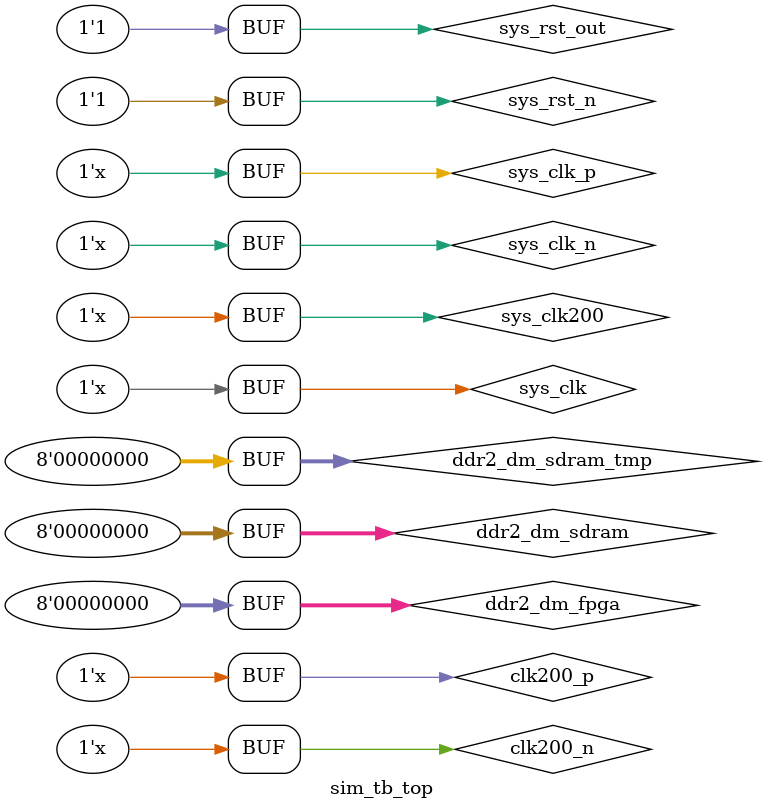
<source format=v>

`timescale 1ns / 1ps

module sim_tb_top;

  // memory controller parameters
   parameter BANK_WIDTH            = 2;      // # of memory bank addr bits
   parameter CKE_WIDTH             = 1;      // # of memory clock enable outputs
   parameter CLK_WIDTH             = 2;      // # of clock outputs
   parameter CLK_TYPE              = "SINGLE_ENDED";       // # of clock type
   parameter COL_WIDTH             = 10;     // # of memory column bits
   parameter CS_NUM                = 1;      // # of separate memory chip selects
   parameter CS_WIDTH              = 1;      // # of total memory chip selects
   parameter CS_BITS               = 0;      // set to log2(CS_NUM) (rounded up)
   parameter DM_WIDTH              = 8;      // # of data mask bits
   parameter DQ_WIDTH              = 64;      // # of data width
   parameter DQ_PER_DQS            = 8;      // # of DQ data bits per strobe
   parameter DQS_WIDTH             = 8;      // # of DQS strobes
   parameter DQ_BITS               = 6;      // set to log2(DQS_WIDTH*DQ_PER_DQS)
   parameter DQS_BITS              = 3;      // set to log2(DQS_WIDTH)
   parameter HIGH_PERFORMANCE_MODE = "TRUE"; // Sets the performance mode for IODELAY elements
   parameter ODT_WIDTH             = 1;      // # of memory on-die term enables
   parameter ROW_WIDTH             = 13;     // # of memory row & # of addr bits
   parameter APPDATA_WIDTH         = 128;     // # of usr read/write data bus bits
   parameter ADDITIVE_LAT          = 0;      // additive write latency
   parameter BURST_LEN             = 4;      // burst length (in double words)
   parameter BURST_TYPE            = 0;      // burst type (=0 seq; =1 interlved)
   parameter CAS_LAT               = 3;      // CAS latency
   parameter ECC_ENABLE            = 0;      // enable ECC (=1 enable)
   parameter MULTI_BANK_EN         = 1;      // enable bank management
   parameter TWO_T_TIME_EN         = 1;      // 2t timing for unbuffered dimms
   parameter ODT_TYPE              = 1;      // ODT (=0(none),=1(75),=2(150),=3(50))
   parameter REDUCE_DRV            = 0;      // reduced strength mem I/O (=1 yes)
   parameter REG_ENABLE            = 0;      // registered addr/ctrl (=1 yes)
   parameter TREFI_NS              = 7800;   // auto refresh interval (ns)
   parameter TRAS                  = 40000;  // active->precharge delay
   parameter TRCD                  = 15000;  // active->read/write delay
   parameter TRFC                  = 105000;  // ref->ref, ref->active delay
   parameter TRP                   = 15000;  // precharge->command delay
   parameter TRTP                  = 7500;   // read->precharge delay
   parameter TWR                   = 15000;  // used to determine wr->prech
   parameter TWTR                  = 7500;   // write->read delay
   parameter SIM_ONLY              = 1;      // = 0 to allow power up delay
   parameter DEBUG_EN              = 0;      // Enable debug signals/controls
   parameter RST_ACT_LOW           = 1;      // =1 for active low reset, =0 for active high
   parameter DLL_FREQ_MODE         = "HIGH"; // DCM Frequency range
   parameter CLK_PERIOD            = 8000;   // Core/Mem clk period (in ps)

   localparam DEVICE_WIDTH    = 16;      // Memory device data width
   localparam real CLK_PERIOD_NS   = CLK_PERIOD / 1000.0;
   localparam real TCYC_200           = 5.0;
   localparam real TPROP_DQS          = 0.01;  // Delay for DQS signal during Write Operation
   localparam real TPROP_DQS_RD       = 0.01;  // Delay for DQS signal during Read Operation
   localparam real TPROP_PCB_CTRL     = 0.01;  // Delay for Address and Ctrl signals
   localparam real TPROP_PCB_DATA     = 0.01;  // Delay for data signal during Write operation
   localparam real TPROP_PCB_DATA_RD  = 0.01;  // Delay for data signal during Read operation

   localparam CLK_PERIOD_INT = CLK_PERIOD/1000;

   // By default this Parameter (CLK_GENERATOR) value is '1'. If this Parameter
   // is set to "PLL", PLL is used to generate the design clocks.
   // If this Parameter is set to "DCM",
   // DCM is used to generate the design clocks.
   localparam CLK_GENERATOR = "PLL";

   reg                           sys_clk;
   wire                          sys_clk_n;
   wire                          sys_clk_p;
   reg                           sys_clk200;
   wire                          clk200_n;
   wire                          clk200_p;
   reg                           sys_rst_n;
   wire                          sys_rst_out;


   wire [DQ_WIDTH-1:0]          ddr2_dq_sdram;
   wire [DQS_WIDTH-1:0]         ddr2_dqs_sdram;
   wire [DQS_WIDTH-1:0]         ddr2_dqs_n_sdram;
   wire [DM_WIDTH-1:0]          ddr2_dm_sdram;
   reg [DM_WIDTH-1:0]           ddr2_dm_sdram_tmp;
   reg [CLK_WIDTH-1:0]          ddr2_clk_sdram;
   reg [CLK_WIDTH-1:0]          ddr2_clk_n_sdram;
   reg [ROW_WIDTH-1:0]          ddr2_address_sdram;
   reg [BANK_WIDTH-1:0]         ddr2_ba_sdram;
   reg                          ddr2_ras_n_sdram;
   reg                          ddr2_cas_n_sdram;
   reg                          ddr2_we_n_sdram;
   reg [CS_WIDTH-1:0]           ddr2_cs_n_sdram;
   reg [CKE_WIDTH-1:0]          ddr2_cke_sdram;
   reg [ODT_WIDTH-1:0]          ddr2_odt_sdram;


   wire [DQ_WIDTH-1:0]          ddr2_dq_fpga;
   wire [DQS_WIDTH-1:0]         ddr2_dqs_fpga;
   wire [DQS_WIDTH-1:0]         ddr2_dqs_n_fpga;
   wire [DM_WIDTH-1:0]          ddr2_dm_fpga;
   wire [CLK_WIDTH-1:0]         ddr2_clk_fpga;
   wire [CLK_WIDTH-1:0]         ddr2_clk_n_fpga;
   wire [ROW_WIDTH-1:0]         ddr2_address_fpga;
   wire [BANK_WIDTH-1:0]        ddr2_ba_fpga;
   wire                         ddr2_ras_n_fpga;
   wire                         ddr2_cas_n_fpga;
   wire                         ddr2_we_n_fpga;
   wire [CS_WIDTH-1:0]          ddr2_cs_n_fpga;
   wire [CKE_WIDTH-1:0]         ddr2_cke_fpga;
   wire [ODT_WIDTH-1:0]         ddr2_odt_fpga;

   wire                          error;
   wire                          phy_init_done;
   

   // Only RDIMM memory parts support the reset signal,
   // hence the ddr2_reset_n signal can be ignored for other memory parts
   wire                          ddr2_reset_n;
   reg [ROW_WIDTH-1:0]           ddr2_address_reg;
   reg [BANK_WIDTH-1:0]          ddr2_ba_reg;
   reg [CKE_WIDTH-1:0]           ddr2_cke_reg;
   reg                           ddr2_ras_n_reg;
   reg                           ddr2_cas_n_reg;
   reg                           ddr2_we_n_reg;
   reg [CS_WIDTH-1:0]            ddr2_cs_n_reg;
   reg [ODT_WIDTH-1:0]           ddr2_odt_reg;
   
   wire                          clk0_tb;
   wire                          rst0_tb;
   wire                          app_af_afull;
   wire                          app_wdf_afull;
   wire                          rd_data_valid;
   wire [APPDATA_WIDTH-1:0]      rd_data_fifo_out;
   wire                          app_af_wren;
   wire [2:0]                    app_af_cmd;
   wire [30:0]                   app_af_addr;
   wire                          app_wdf_wren;
   wire [APPDATA_WIDTH-1:0]      app_wdf_data;
   wire [(APPDATA_WIDTH/8)-1:0]  app_wdf_mask_data;
   wire                          error_cmp;

   wire                          sys_clk_ibufg;
   wire                          clk200_ibufg;
   wire                          clk0;
   wire                          clk90;
   wire                          clk200;
   wire                          clkdiv0;
   wire                          clk0_bufg;
   wire                          clk0_bufg_in;
   wire                          clk90_bufg;
   wire                          clk90_bufg_in;
   wire                          clk200_bufg;
   wire                          clkdiv0_bufg;
   wire                          clkdiv0_bufg_in;
   wire                          clkfbout_clkfbin;
   wire                          locked;

   //***************************************************************************
   // Clock generation and reset
   //***************************************************************************

   initial
     sys_clk = 1'b0;
   always
     sys_clk = #(CLK_PERIOD_NS/2) ~sys_clk;

   assign                sys_clk_p = sys_clk;
   assign                sys_clk_n = ~sys_clk;

   initial
     sys_clk200 = 1'b0;
   always
     sys_clk200 = #(TCYC_200/2) ~sys_clk200;

   assign                clk200_p = sys_clk200;
   assign                clk200_n = ~sys_clk200;

   initial begin
      sys_rst_n = 1'b0;
      #200;
      sys_rst_n = 1'b1;
   end
   assign sys_rst_out = RST_ACT_LOW ? sys_rst_n : ~sys_rst_n;

   assign clk0    = clk0_bufg;
  assign clk90   = clk90_bufg;
  assign clk200  = clk200_bufg;
  assign clkdiv0  = clkdiv0_bufg;

  //***************************************************************************
  // Differential input clock input buffers
  //***************************************************************************

  IBUFGDS_LVPECL_25 u_ibufg_sys_clk
    (
     .I  (sys_clk_p),
     .IB (sys_clk_n),
     .O  (sys_clk_ibufg)
     );

  IBUFGDS_LVPECL_25 u_ibufg_clk200
    (
     .I  (clk200_p),
     .IB (clk200_n),
     .O  (clk200_ibufg)
     );

  //***************************************************************************
  // Global clock generation and distribution
  //***************************************************************************

  generate
    if (CLK_GENERATOR == "PLL") begin : gen_pll_adv
      PLL_ADV #
        (
         .BANDWIDTH          ("OPTIMIZED"),
         .CLKIN1_PERIOD      (CLK_PERIOD_NS),
         .CLKIN2_PERIOD      (10.000),
         .CLKOUT0_DIVIDE     (CLK_PERIOD_INT),
         .CLKOUT1_DIVIDE     (CLK_PERIOD_INT),
         .CLKOUT2_DIVIDE     (CLK_PERIOD_INT*2),
         .CLKOUT3_DIVIDE     (1),
         .CLKOUT4_DIVIDE     (1),
         .CLKOUT5_DIVIDE     (1),
         .CLKOUT0_PHASE      (0.000),
         .CLKOUT1_PHASE      (90.000),
         .CLKOUT2_PHASE      (0.000),
         .CLKOUT3_PHASE      (0.000),
         .CLKOUT4_PHASE      (0.000),
         .CLKOUT5_PHASE      (0.000),
         .CLKOUT0_DUTY_CYCLE (0.500),
         .CLKOUT1_DUTY_CYCLE (0.500),
         .CLKOUT2_DUTY_CYCLE (0.500),
         .CLKOUT3_DUTY_CYCLE (0.500),
         .CLKOUT4_DUTY_CYCLE (0.500),
         .CLKOUT5_DUTY_CYCLE (0.500),
         .COMPENSATION       ("SYSTEM_SYNCHRONOUS"),
         .DIVCLK_DIVIDE      (1),
         .CLKFBOUT_MULT      (CLK_PERIOD_INT),
         .CLKFBOUT_PHASE     (0.0),
         .REF_JITTER         (0.005000)
         )
        u_pll_adv
          (
           .CLKFBIN     (clkfbout_clkfbin),
           .CLKINSEL    (1'b1),
           .CLKIN1      (sys_clk_ibufg),
           .CLKIN2      (1'b0),
           .DADDR       (5'b0),
           .DCLK        (1'b0),
           .DEN         (1'b0),
           .DI          (16'b0),
           .DWE         (1'b0),
           .REL         (1'b0),
           .RST         (~sys_rst_n),
           .CLKFBDCM    (),
           .CLKFBOUT    (clkfbout_clkfbin),
           .CLKOUTDCM0  (),
           .CLKOUTDCM1  (),
           .CLKOUTDCM2  (),
           .CLKOUTDCM3  (),
           .CLKOUTDCM4  (),
           .CLKOUTDCM5  (),
           .CLKOUT0     (clk0_bufg_in),
           .CLKOUT1     (clk90_bufg_in),
           .CLKOUT2     (clkdiv0_bufg_in),
           .CLKOUT3     (),
           .CLKOUT4     (),
           .CLKOUT5     (),
           .DO          (),
           .DRDY        (),
           .LOCKED      (locked)
           );
    end else if (CLK_GENERATOR == "DCM") begin: gen_dcm_base
      DCM_BASE #
        (
         .CLKIN_PERIOD          (CLK_PERIOD_NS),
         .CLKDV_DIVIDE          (2.0),
         .DLL_FREQUENCY_MODE    (DLL_FREQ_MODE),
         .DUTY_CYCLE_CORRECTION ("TRUE"),
         .FACTORY_JF            (16'hF0F0)
         )
        u_dcm_base
          (
           .CLK0      (clk0_bufg_in),
           .CLK180    (),
           .CLK270    (),
           .CLK2X     (),
           .CLK2X180  (),
           .CLK90     (clk90_bufg_in),
           .CLKDV     (clkdiv0_bufg_in),
           .CLKFX     (),
           .CLKFX180  (),
           .LOCKED    (locked),
           .CLKFB     (clk0_bufg),
           .CLKIN     (sys_clk_ibufg),
           .RST       (~sys_rst_n)
           );
    end
  endgenerate

  BUFG u_bufg_clk0
    (
     .O (clk0_bufg),
     .I (clk0_bufg_in)
     );

  BUFG u_bufg_clk90
    (
     .O (clk90_bufg),
     .I (clk90_bufg_in)
     );

  BUFG u_bufg_clk200
    (
     .O (clk200_bufg),
     .I (clk200_ibufg)
     );

   BUFG u_bufg_clkdiv0
    (
     .O (clkdiv0_bufg),
     .I (clkdiv0_bufg_in)
     );



// =============================================================================
//                             BOARD Parameters
// =============================================================================
// These parameter values can be changed to model varying board delays
// between the Virtex-5 device and the memory model


  always @( * ) begin
    ddr2_clk_sdram        <=  #(TPROP_PCB_CTRL) ddr2_clk_fpga;
    ddr2_clk_n_sdram      <=  #(TPROP_PCB_CTRL) ddr2_clk_n_fpga;
    ddr2_address_sdram    <=  #(TPROP_PCB_CTRL) ddr2_address_fpga;
    ddr2_ba_sdram         <=  #(TPROP_PCB_CTRL) ddr2_ba_fpga;
    ddr2_ras_n_sdram      <=  #(TPROP_PCB_CTRL) ddr2_ras_n_fpga;
    ddr2_cas_n_sdram      <=  #(TPROP_PCB_CTRL) ddr2_cas_n_fpga;
    ddr2_we_n_sdram       <=  #(TPROP_PCB_CTRL) ddr2_we_n_fpga;
    ddr2_cs_n_sdram       <=  #(TPROP_PCB_CTRL) ddr2_cs_n_fpga;
    ddr2_cke_sdram        <=  #(TPROP_PCB_CTRL) ddr2_cke_fpga;
    ddr2_odt_sdram        <=  #(TPROP_PCB_CTRL) ddr2_odt_fpga;
    ddr2_dm_sdram_tmp     <=  #(TPROP_PCB_DATA) ddr2_dm_fpga;//DM signal generation
  end

  assign ddr2_dm_sdram = ddr2_dm_sdram_tmp;


// Controlling the bi-directional BUS
  genvar dqwd;
  generate
    for (dqwd = 0;dqwd < DQ_WIDTH;dqwd = dqwd+1) begin : dq_delay
      WireDelay #
       (
        .Delay_g     (TPROP_PCB_DATA),
        .Delay_rd    (TPROP_PCB_DATA_RD)
       )
      u_delay_dq
       (
        .A           (ddr2_dq_fpga[dqwd]),
        .B           (ddr2_dq_sdram[dqwd]),
        .reset       (sys_rst_n)
       );
    end
  endgenerate

  genvar dqswd;
  generate
    for (dqswd = 0;dqswd < DQS_WIDTH;dqswd = dqswd+1) begin : dqs_delay
      WireDelay #
       (
        .Delay_g     (TPROP_DQS),
        .Delay_rd    (TPROP_DQS_RD)
       )
      u_delay_dqs
       (
        .A           (ddr2_dqs_fpga[dqswd]),
        .B           (ddr2_dqs_sdram[dqswd]),
        .reset       (sys_rst_n)
       );

      WireDelay #
       (
        .Delay_g     (TPROP_DQS),
        .Delay_rd    (TPROP_DQS_RD)
       )
      u_delay_dqs_n
       (
        .A           (ddr2_dqs_n_fpga[dqswd]),
        .B           (ddr2_dqs_n_sdram[dqswd]),
        .reset       (sys_rst_n)
       );
    end
  endgenerate



   //***************************************************************************
   // FPGA memory controller
   //***************************************************************************

   MIG #
     (
      .BANK_WIDTH            (BANK_WIDTH),
      .CKE_WIDTH             (CKE_WIDTH),
      .CLK_WIDTH             (CLK_WIDTH),
      .COL_WIDTH             (COL_WIDTH),
      .CS_NUM                (CS_NUM),
      .CS_WIDTH              (CS_WIDTH),
      .CS_BITS               (CS_BITS),
      .DQ_WIDTH              (DQ_WIDTH),
      .DQ_PER_DQS            (DQ_PER_DQS),
      .DQ_BITS               (DQ_BITS),
      .DQS_WIDTH             (DQS_WIDTH),
      .DQS_BITS              (DQS_BITS),
      .HIGH_PERFORMANCE_MODE (HIGH_PERFORMANCE_MODE),
      .ODT_WIDTH             (ODT_WIDTH),
      .ROW_WIDTH             (ROW_WIDTH),
      .APPDATA_WIDTH         (APPDATA_WIDTH),
      .ADDITIVE_LAT          (ADDITIVE_LAT),
      .BURST_LEN             (BURST_LEN),
      .BURST_TYPE            (BURST_TYPE),
      .CAS_LAT               (CAS_LAT),
      .ECC_ENABLE            (ECC_ENABLE),
      .MULTI_BANK_EN         (MULTI_BANK_EN),
      .ODT_TYPE              (ODT_TYPE),
      .REDUCE_DRV            (REDUCE_DRV),
      .REG_ENABLE            (REG_ENABLE),
      .TREFI_NS              (TREFI_NS),
      .TRAS                  (TRAS),
      .TRCD                  (TRCD),
      .TRFC                  (TRFC),
      .TRP                   (TRP),
      .TRTP                  (TRTP),
      .TWR                   (TWR),
      .TWTR                  (TWTR),
      .SIM_ONLY              (SIM_ONLY),
      .RST_ACT_LOW           (RST_ACT_LOW),
      .CLK_PERIOD            (CLK_PERIOD)
      )
   u_mem_controller
     (
      .clk0              (clk0),
      .clk90             (clk90),
      .clk200            (clk200),
      .clkdiv0           (clkdiv0),
      .locked            (locked),
      .sys_rst_n         (sys_rst_out),
      .ddr2_ras_n        (ddr2_ras_n_fpga),
      .ddr2_cas_n        (ddr2_cas_n_fpga),
      .ddr2_we_n         (ddr2_we_n_fpga),
      .ddr2_cs_n         (ddr2_cs_n_fpga),
      .ddr2_cke          (ddr2_cke_fpga),
      .ddr2_odt          (ddr2_odt_fpga),
      .ddr2_dq           (ddr2_dq_fpga),
      .ddr2_dqs          (ddr2_dqs_fpga),
      .ddr2_dqs_n        (ddr2_dqs_n_fpga),
      .ddr2_ck           (ddr2_clk_fpga),
      .ddr2_ck_n         (ddr2_clk_n_fpga),
      .ddr2_ba           (ddr2_ba_fpga),
      .ddr2_a            (ddr2_address_fpga),
      
      .clk0_tb           (clk0_tb),
      .rst0_tb           (rst0_tb),
      .app_af_afull      (app_af_afull),
      .app_wdf_afull     (app_wdf_afull),
      .rd_data_valid     (rd_data_valid),
      .rd_data_fifo_out  (rd_data_fifo_out),
      .app_af_wren       (app_af_wren),
      .app_af_cmd        (app_af_cmd),
      .app_af_addr       (app_af_addr),
      .app_wdf_wren      (app_wdf_wren),
      .app_wdf_data      (app_wdf_data),

      
      .phy_init_done     (phy_init_done)
      );

   // Extra one clock pipelining for RDIMM address and
   // control signals is implemented here (Implemented external to memory model)
   always @( posedge ddr2_clk_sdram[0] ) begin
      if ( ddr2_reset_n == 1'b0 ) begin
         ddr2_ras_n_reg    <= 1'b1;
         ddr2_cas_n_reg    <= 1'b1;
         ddr2_we_n_reg     <= 1'b1;
         ddr2_cs_n_reg     <= {CS_WIDTH{1'b1}};
         ddr2_odt_reg      <= 1'b0;
      end
      else begin
         ddr2_address_reg  <= #(CLK_PERIOD_NS/2) ddr2_address_sdram;
         ddr2_ba_reg       <= #(CLK_PERIOD_NS/2) ddr2_ba_sdram;
         ddr2_ras_n_reg    <= #(CLK_PERIOD_NS/2) ddr2_ras_n_sdram;
         ddr2_cas_n_reg    <= #(CLK_PERIOD_NS/2) ddr2_cas_n_sdram;
         ddr2_we_n_reg     <= #(CLK_PERIOD_NS/2) ddr2_we_n_sdram;
         ddr2_cs_n_reg     <= #(CLK_PERIOD_NS/2) ddr2_cs_n_sdram;
         ddr2_odt_reg      <= #(CLK_PERIOD_NS/2) ddr2_odt_sdram;
      end
   end

   // to avoid tIS violations on CKE when reset is deasserted
   always @( posedge ddr2_clk_n_sdram[0] )
      if ( ddr2_reset_n == 1'b0 )
         ddr2_cke_reg      <= 1'b0;
      else
         ddr2_cke_reg      <= #(CLK_PERIOD_NS) ddr2_cke_sdram;

   //***************************************************************************
   // Memory model instances
   //***************************************************************************
   assign ddr2_dm_fpga = 'b0;
   genvar i, j;
   generate
      if (DEVICE_WIDTH == 16) begin
         // if memory part is x16
         if ( REG_ENABLE ) begin
           // if the memory part is Registered DIMM
           for(j = 0; j < CS_NUM; j = j+1) begin : gen_cs
             for(i = 0; i < DQS_WIDTH/2; i = i+1) begin : gen
                ddr2_model u_mem0
                  (
                   .ck        (ddr2_clk_sdram[CLK_WIDTH*i/DQS_WIDTH]),
                   .ck_n      (ddr2_clk_n_sdram[CLK_WIDTH*i/DQS_WIDTH]),
                   .cke       (ddr2_cke_reg[j]),
                   .cs_n      (ddr2_cs_n_reg[CS_WIDTH*i/DQS_WIDTH]),
                   .ras_n     (ddr2_ras_n_reg),
                   .cas_n     (ddr2_cas_n_reg),
                   .we_n      (ddr2_we_n_reg),
                   .dm_rdqs   (ddr2_dm_sdram[(2*(i+1))-1 : i*2]),
                   .ba        (ddr2_ba_reg),
                   .addr      (ddr2_address_reg),
                   .dq        (ddr2_dq_sdram[(16*(i+1))-1 : i*16]),
                   .dqs       (ddr2_dqs_sdram[(2*(i+1))-1 : i*2]),
                   .dqs_n     (ddr2_dqs_n_sdram[(2*(i+1))-1 : i*2]),
                   .rdqs_n    (),
                   .odt       (ddr2_odt_reg[ODT_WIDTH*i/DQS_WIDTH])
                   );
             end
           end
         end
         else begin
             // if the memory part is component or unbuffered DIMM
            if ( DQ_WIDTH%16 ) begin
              // for the memory part x16, if the data width is not multiple
              // of 16, memory models are instantiated for all data with x16
              // memory model and except for MSB data. For the MSB data
              // of 8 bits, all memory data, strobe and mask data signals are
              // replicated to make it as x16 part. For example if the design
              // is generated for data width of 72, memory model x16 parts
              // instantiated for 4 times with data ranging from 0 to 63.
              // For MSB data ranging from 64 to 71, one x16 memory model
              // by replicating the 8-bit data twice and similarly
              // the case with data mask and strobe.
              for(j = 0; j < CS_NUM; j = j+1) begin : gen_cs
                for(i = 0; i < DQ_WIDTH/16 ; i = i+1) begin : gen
                   ddr2_model u_mem0
                     (
                      .ck        (ddr2_clk_sdram[CLK_WIDTH*i/DQS_WIDTH]),
                     .ck_n      (ddr2_clk_n_sdram[CLK_WIDTH*i/DQS_WIDTH]),
                      .cke       (ddr2_cke_sdram[j]),
                      .cs_n      (ddr2_cs_n_sdram[CS_WIDTH*i/DQS_WIDTH]),
                      .ras_n     (ddr2_ras_n_sdram),
                      .cas_n     (ddr2_cas_n_sdram),
                      .we_n      (ddr2_we_n_sdram),
                      .dm_rdqs   (ddr2_dm_sdram[(2*(i+1))-1 : i*2]),
                      .ba        (ddr2_ba_sdram),
                      .addr      (ddr2_address_sdram),
                      .dq        (ddr2_dq_sdram[(16*(i+1))-1 : i*16]),
                      .dqs       (ddr2_dqs_sdram[(2*(i+1))-1 : i*2]),
                      .dqs_n     (ddr2_dqs_n_sdram[(2*(i+1))-1 : i*2]),
                      .rdqs_n    (),
                      .odt       (ddr2_odt_sdram[ODT_WIDTH*i/DQS_WIDTH])
                      );
                end
                   ddr2_model u_mem1
                     (
                      .ck        (ddr2_clk_sdram[CLK_WIDTH-1]),
                      .ck_n      (ddr2_clk_n_sdram[CLK_WIDTH-1]),
                      .cke       (ddr2_cke_sdram[j]),
                      .cs_n      (ddr2_cs_n_sdram[CS_WIDTH-1]),
                      .ras_n     (ddr2_ras_n_sdram),
                      .cas_n     (ddr2_cas_n_sdram),
                      .we_n      (ddr2_we_n_sdram),
                      .dm_rdqs   ({ddr2_dm_sdram[DM_WIDTH - 1],
                                   ddr2_dm_sdram[DM_WIDTH - 1]}),
                      .ba        (ddr2_ba_sdram),
                      .addr      (ddr2_address_sdram),
                      .dq        ({ddr2_dq_sdram[DQ_WIDTH - 1 : DQ_WIDTH - 8],
                                   ddr2_dq_sdram[DQ_WIDTH - 1 : DQ_WIDTH - 8]}),
                      .dqs       ({ddr2_dqs_sdram[DQS_WIDTH - 1],
                                   ddr2_dqs_sdram[DQS_WIDTH - 1]}),
                      .dqs_n     ({ddr2_dqs_n_sdram[DQS_WIDTH - 1],
                                   ddr2_dqs_n_sdram[DQS_WIDTH - 1]}),
                      .rdqs_n    (),
                      .odt       (ddr2_odt_sdram[ODT_WIDTH-1])
                      );
              end
            end
            else begin
              // if the data width is multiple of 16
              for(j = 0; j < CS_NUM; j = j+1) begin : gen_cs
                for(i = 0; i < DQS_WIDTH/2; i = i+1) begin : gen
                   ddr2_model u_mem0
                     (
                      .ck        (ddr2_clk_sdram[CLK_WIDTH*i/DQS_WIDTH]),
                     .ck_n      (ddr2_clk_n_sdram[CLK_WIDTH*i/DQS_WIDTH]),
                      .cke       (ddr2_cke_sdram[j]),
                      .cs_n      (ddr2_cs_n_sdram[CS_WIDTH*i/DQS_WIDTH]),
                      .ras_n     (ddr2_ras_n_sdram),
                      .cas_n     (ddr2_cas_n_sdram),
                      .we_n      (ddr2_we_n_sdram),
                      .dm_rdqs   (ddr2_dm_sdram[(2*(i+1))-1 : i*2]),
                      .ba        (ddr2_ba_sdram),
                      .addr      (ddr2_address_sdram),
                      .dq        (ddr2_dq_sdram[(16*(i+1))-1 : i*16]),
                      .dqs       (ddr2_dqs_sdram[(2*(i+1))-1 : i*2]),
                      .dqs_n     (ddr2_dqs_n_sdram[(2*(i+1))-1 : i*2]),
                      .rdqs_n    (),
                      .odt       (ddr2_odt_sdram[ODT_WIDTH*i/DQS_WIDTH])
                      );
                end
              end
            end
         end

      end else
        if (DEVICE_WIDTH == 8) begin
           // if the memory part is x8
           if ( REG_ENABLE ) begin
             // if the memory part is Registered DIMM
             for(j = 0; j < CS_NUM; j = j+1) begin : gen_cs
               for(i = 0; i < DQ_WIDTH/DQ_PER_DQS; i = i+1) begin : gen
                  ddr2_model u_mem0
                    (
                     .ck        (ddr2_clk_sdram[CLK_WIDTH*i/DQS_WIDTH]),
                     .ck_n      (ddr2_clk_n_sdram[CLK_WIDTH*i/DQS_WIDTH]),
                     .cke       (ddr2_cke_reg[j]),
                     .cs_n      (ddr2_cs_n_reg[CS_WIDTH*i/DQS_WIDTH]),
                     .ras_n     (ddr2_ras_n_reg),
                     .cas_n     (ddr2_cas_n_reg),
                     .we_n      (ddr2_we_n_reg),
                     .dm_rdqs   (ddr2_dm_sdram[i]),
                     .ba        (ddr2_ba_reg),
                     .addr      (ddr2_address_reg),
                     .dq        (ddr2_dq_sdram[(8*(i+1))-1 : i*8]),
                     .dqs       (ddr2_dqs_sdram[i]),
                     .dqs_n     (ddr2_dqs_n_sdram[i]),
                     .rdqs_n    (),
                     .odt       (ddr2_odt_reg[ODT_WIDTH*i/DQS_WIDTH])
                     );
               end
             end
           end
           else begin
             // if the memory part is component or unbuffered DIMM
             for(j = 0; j < CS_NUM; j = j+1) begin : gen_cs
               for(i = 0; i < DQS_WIDTH; i = i+1) begin : gen
                  ddr2_model u_mem0
                    (
                     .ck        (ddr2_clk_sdram[CLK_WIDTH*i/DQS_WIDTH]),
                    .ck_n      (ddr2_clk_n_sdram[CLK_WIDTH*i/DQS_WIDTH]),
                     .cke       (ddr2_cke_sdram[j]),
                     .cs_n      (ddr2_cs_n_sdram[CS_WIDTH*i/DQS_WIDTH]),
                     .ras_n     (ddr2_ras_n_sdram),
                     .cas_n     (ddr2_cas_n_sdram),
                     .we_n      (ddr2_we_n_sdram),
                     .dm_rdqs   (ddr2_dm_sdram[i]),
                     .ba        (ddr2_ba_sdram),
                     .addr      (ddr2_address_sdram),
                     .dq        (ddr2_dq_sdram[(8*(i+1))-1 : i*8]),
                     .dqs       (ddr2_dqs_sdram[i]),
                     .dqs_n     (ddr2_dqs_n_sdram[i]),
                     .rdqs_n    (),
                     .odt       (ddr2_odt_sdram[ODT_WIDTH*i/DQS_WIDTH])
                     );
               end
             end
           end

        end else
          if (DEVICE_WIDTH == 4) begin
             // if the memory part is x4
             if ( REG_ENABLE ) begin
               // if the memory part is Registered DIMM
               for(j = 0; j < CS_NUM; j = j+1) begin : gen_cs
                  for(i = 0; i < DQS_WIDTH; i = i+1) begin : gen
                     ddr2_model u_mem0
                       (
                        .ck        (ddr2_clk_sdram[CLK_WIDTH*i/DQS_WIDTH]),
                        .ck_n      (ddr2_clk_n_sdram[CLK_WIDTH*i/DQS_WIDTH]),
                        .cke       (ddr2_cke_reg[j]),
                        .cs_n      (ddr2_cs_n_reg[CS_WIDTH*i/DQS_WIDTH]),
                        .ras_n     (ddr2_ras_n_reg),
                        .cas_n     (ddr2_cas_n_reg),
                        .we_n      (ddr2_we_n_reg),
                        .dm_rdqs   (ddr2_dm_sdram[i]),
                        .ba        (ddr2_ba_reg),
                        .addr      (ddr2_address_reg),
                        .dq        (ddr2_dq_sdram[(4*(i+1))-1 : i*4]),
                        .dqs       (ddr2_dqs_sdram[i]),
                        .dqs_n     (ddr2_dqs_n_sdram[i]),
                        .rdqs_n    (),
                        .odt       (ddr2_odt_reg[ODT_WIDTH*i/DQS_WIDTH])
                        );
                  end
               end
             end
             else begin
               // if the memory part is component or unbuffered DIMM
               for(j = 0; j < CS_NUM; j = j+1) begin : gen_cs
                 for(i = 0; i < DQS_WIDTH; i = i+1) begin : gen
                    ddr2_model u_mem0
                      (
                       .ck        (ddr2_clk_sdram[CLK_WIDTH*i/DQS_WIDTH]),
                      .ck_n      (ddr2_clk_n_sdram[CLK_WIDTH*i/DQS_WIDTH]),
                       .cke       (ddr2_cke_sdram[j]),
                       .cs_n      (ddr2_cs_n_sdram[CS_WIDTH*i/DQS_WIDTH]),
                       .ras_n     (ddr2_ras_n_sdram),
                       .cas_n     (ddr2_cas_n_sdram),
                       .we_n      (ddr2_we_n_sdram),
                       .dm_rdqs   (ddr2_dm_sdram[i]),
                       .ba        (ddr2_ba_sdram),
                       .addr      (ddr2_address_sdram),
                       .dq        (ddr2_dq_sdram[(4*(i+1))-1 : i*4]),
                       .dqs       (ddr2_dqs_sdram[i]),
                       .dqs_n     (ddr2_dqs_n_sdram[i]),
                       .rdqs_n    (),
                       .odt       (ddr2_odt_sdram[ODT_WIDTH*i/DQS_WIDTH])
                       );
                 end
               end
             end
          end
   endgenerate
   
   // synthesizable test bench provided for wotb designs
   ddr2_tb_top #
     (
      .BANK_WIDTH        (BANK_WIDTH),
      .COL_WIDTH         (COL_WIDTH),
      .DM_WIDTH          (DM_WIDTH),
      .DQ_WIDTH          (DQ_WIDTH),
      .ROW_WIDTH         (ROW_WIDTH),
      .ECC_ENABLE        (ECC_ENABLE),
      .APPDATA_WIDTH     (APPDATA_WIDTH),
      .BURST_LEN         (BURST_LEN)
      )
   u_tb_top
     (
      .clk0              (clk0_tb),
      .rst0              (rst0_tb),
      .app_af_afull      (app_af_afull),
      .app_wdf_afull     (app_wdf_afull),
      .rd_data_valid     (rd_data_valid),
      .rd_data_fifo_out  (rd_data_fifo_out),
      .phy_init_done     (phy_init_done),
      .app_af_wren       (app_af_wren),
      .app_af_cmd        (app_af_cmd),
      .app_af_addr       (app_af_addr),
      .app_wdf_wren      (app_wdf_wren),
      .app_wdf_data      (app_wdf_data),
      .app_wdf_mask_data (app_wdf_mask_data),
      .error             (error),
      .error_cmp         (error_cmp)
      );


endmodule

</source>
